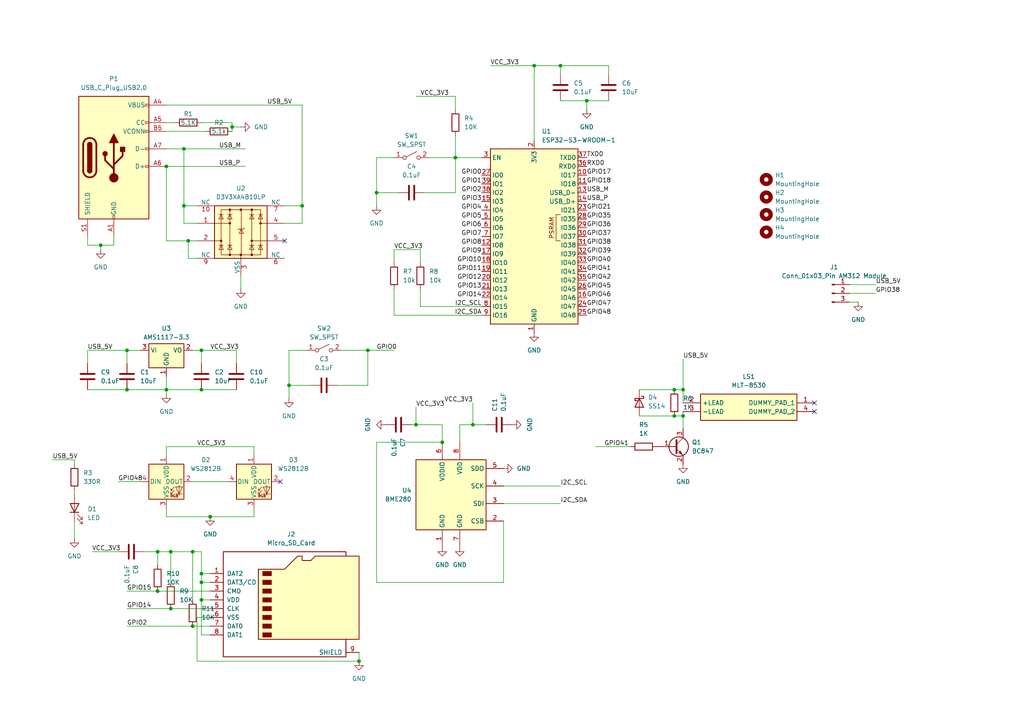
<source format=kicad_sch>
(kicad_sch (version 20231120) (generator "eeschema") (generator_version "8.0")
  (paper "A4")
  (lib_symbols
    (symbol "Connector:Conn_01x03_Pin" (pin_names (offset 1.016) hide)
      (property "Reference" "J" (at 0 5.08 0))
      (property "Value" "Conn_01x03_Pin" (at 0 -5.08 0))
      (symbol "Conn_01x03_Pin_1_1"
        (polyline (pts (xy 1.27 -2.54) (xy 0.8636 -2.54)) (stroke (width 0.1524)))
        (polyline (pts (xy 1.27 0) (xy 0.8636 0)) (stroke (width 0.1524)))
        (polyline (pts (xy 1.27 2.54) (xy 0.8636 2.54)) (stroke (width 0.1524)))
        (rectangle (start 0.8636 -2.413) (end 0 -2.667) (stroke (width 0.1524)) (fill (type outline)))
        (rectangle (start 0.8636 0.127) (end 0 -0.127) (stroke (width 0.1524)) (fill (type outline)))
        (rectangle (start 0.8636 2.667) (end 0 2.413) (stroke (width 0.1524)) (fill (type outline)))
        (pin passive line (at 5.08 2.54 180) (length 3.81) (name "Pin_1") (number "1"))
        (pin passive line (at 5.08 0 180) (length 3.81) (name "Pin_2") (number "2"))
        (pin passive line (at 5.08 -2.54 180) (length 3.81) (name "Pin_3") (number "3"))
      )
    )
    (symbol "Connector:Micro_SD_Card" (pin_names (offset 1.016))
      (property "Reference" "J" (at -16.51 15.24 0))
      (property "Value" "Micro_SD_Card" (at 16.51 15.24 0))
      (symbol "Micro_SD_Card_0_1"
        (rectangle (start -7.62 -9.525) (end -5.08 -10.795) (fill (type outline)))
        (rectangle (start -7.62 -6.985) (end -5.08 -8.255) (fill (type outline)))
        (rectangle (start -7.62 -4.445) (end -5.08 -5.715) (fill (type outline)))
        (rectangle (start -7.62 -1.905) (end -5.08 -3.175) (fill (type outline)))
        (rectangle (start -7.62 0.635) (end -5.08 -0.635) (fill (type outline)))
        (rectangle (start -7.62 3.175) (end -5.08 1.905) (fill (type outline)))
        (rectangle (start -7.62 5.715) (end -5.08 4.445) (fill (type outline)))
        (rectangle (start -7.62 8.255) (end -5.08 6.985) (fill (type outline)))
        (polyline (pts (xy 16.51 12.7) (xy 16.51 13.97) (xy -19.05 13.97) (xy -19.05 -16.51) (xy 16.51 -16.51) (xy 16.51 -11.43)) (stroke (width 0.254)))
        (polyline (pts (xy -8.89 -11.43) (xy -8.89 8.89) (xy -1.27 8.89) (xy 2.54 12.7) (xy 3.81 12.7) (xy 3.81 11.43) (xy 6.35 11.43) (xy 7.62 12.7) (xy 20.32 12.7) (xy 20.32 -11.43) (xy -8.89 -11.43)) (stroke (width 0.254)) (fill (type background)))
      )
      (symbol "Micro_SD_Card_1_1"
        (pin bidirectional line (at -22.86 7.62 0) (length 3.81) (name "DAT2") (number "1"))
        (pin bidirectional line (at -22.86 5.08 0) (length 3.81) (name "DAT3/CD") (number "2"))
        (pin input line (at -22.86 2.54 0) (length 3.81) (name "CMD") (number "3"))
        (pin power_in line (at -22.86 0 0) (length 3.81) (name "VDD") (number "4"))
        (pin input line (at -22.86 -2.54 0) (length 3.81) (name "CLK") (number "5"))
        (pin power_in line (at -22.86 -5.08 0) (length 3.81) (name "VSS") (number "6"))
        (pin bidirectional line (at -22.86 -7.62 0) (length 3.81) (name "DAT0") (number "7"))
        (pin bidirectional line (at -22.86 -10.16 0) (length 3.81) (name "DAT1") (number "8"))
        (pin passive line (at 20.32 -15.24 180) (length 3.81) (name "SHIELD") (number "9"))
      )
    )
    (symbol "Connector:USB_C_Plug_USB2.0" (pin_names (offset 1.016))
      (property "Reference" "P" (at -10.16 19.05 0))
      (property "Value" "USB_C_Plug_USB2.0" (at 12.7 19.05 0))
      (symbol "USB_C_Plug_USB2.0_0_0"
        (rectangle (start -0.254 -17.78) (end 0.254 -16.764))
        (rectangle (start 10.16 -2.286) (end 9.144 -2.794))
        (rectangle (start 10.16 2.794) (end 9.144 2.286))
        (rectangle (start 10.16 7.874) (end 9.144 7.366))
        (rectangle (start 10.16 10.414) (end 9.144 9.906))
        (rectangle (start 10.16 15.494) (end 9.144 14.986))
      )
      (symbol "USB_C_Plug_USB2.0_0_1"
        (rectangle (start -10.16 17.78) (end 10.16 -17.78) (stroke (width 0.254)) (fill (type background)))
        (arc (start -8.89 -3.81) (mid -6.985 -5.7067) (end -5.08 -3.81) (stroke (width 0.508)))
        (arc (start -7.62 -3.81) (mid -6.985 -4.4423) (end -6.35 -3.81) (stroke (width 0.254)))
        (arc (start -7.62 -3.81) (mid -6.985 -4.4423) (end -6.35 -3.81) (stroke (width 0.254)) (fill (type outline)))
        (rectangle (start -7.62 -3.81) (end -6.35 3.81) (stroke (width 0.254)) (fill (type outline)))
        (arc (start -6.35 3.81) (mid -6.985 4.4423) (end -7.62 3.81) (stroke (width 0.254)))
        (arc (start -6.35 3.81) (mid -6.985 4.4423) (end -7.62 3.81) (stroke (width 0.254)) (fill (type outline)))
        (arc (start -5.08 3.81) (mid -6.985 5.7067) (end -8.89 3.81) (stroke (width 0.508)))
        (circle (center -2.54 1.143) (radius 0.635) (stroke (width 0.254)) (fill (type outline)))
        (circle (center 0 -5.842) (radius 1.27) (fill (type outline)))
        (polyline (pts (xy -8.89 -3.81) (xy -8.89 3.81)) (stroke (width 0.508)))
        (polyline (pts (xy -5.08 3.81) (xy -5.08 -3.81)) (stroke (width 0.508)))
        (polyline (pts (xy 0 -5.842) (xy 0 4.318)) (stroke (width 0.508)))
        (polyline (pts (xy 0 -3.302) (xy -2.54 -0.762) (xy -2.54 0.508)) (stroke (width 0.508)))
        (polyline (pts (xy 0 -2.032) (xy 2.54 0.508) (xy 2.54 1.778)) (stroke (width 0.508)))
        (polyline (pts (xy -1.27 4.318) (xy 0 6.858) (xy 1.27 4.318) (xy -1.27 4.318)) (stroke (width 0.254)) (fill (type outline)))
        (rectangle (start 1.905 1.778) (end 3.175 3.048) (stroke (width 0.254)) (fill (type outline)))
      )
      (symbol "USB_C_Plug_USB2.0_1_1"
        (pin passive line (at 0 -22.86 90) (length 5.08) (name "GND") (number "A1"))
        (pin passive line (at 0 -22.86 90) (length 5.08) hide (name "GND") (number "A12"))
        (pin passive line (at 15.24 15.24 180) (length 5.08) (name "VBUS") (number "A4"))
        (pin bidirectional line (at 15.24 10.16 180) (length 5.08) (name "CC") (number "A5"))
        (pin bidirectional line (at 15.24 -2.54 180) (length 5.08) (name "D+") (number "A6"))
        (pin bidirectional line (at 15.24 2.54 180) (length 5.08) (name "D-") (number "A7"))
        (pin passive line (at 15.24 15.24 180) (length 5.08) hide (name "VBUS") (number "A9"))
        (pin passive line (at 0 -22.86 90) (length 5.08) hide (name "GND") (number "B1"))
        (pin passive line (at 0 -22.86 90) (length 5.08) hide (name "GND") (number "B12"))
        (pin passive line (at 15.24 15.24 180) (length 5.08) hide (name "VBUS") (number "B4"))
        (pin bidirectional line (at 15.24 7.62 180) (length 5.08) (name "VCONN") (number "B5"))
        (pin passive line (at 15.24 15.24 180) (length 5.08) hide (name "VBUS") (number "B9"))
        (pin passive line (at -7.62 -22.86 90) (length 5.08) (name "SHIELD") (number "S1"))
      )
    )
    (symbol "Device:C" (pin_numbers hide) (pin_names (offset 0.254))
      (property "Reference" "C" (at 0.635 2.54 0))
      (property "Value" "C" (at 0.635 -2.54 0))
      (symbol "C_0_1"
        (polyline (pts (xy -2.032 -0.762) (xy 2.032 -0.762)) (stroke (width 0.508)))
        (polyline (pts (xy -2.032 0.762) (xy 2.032 0.762)) (stroke (width 0.508)))
      )
      (symbol "C_1_1"
        (pin passive line (at 0 3.81 270) (length 2.794) (name "~") (number "1"))
        (pin passive line (at 0 -3.81 90) (length 2.794) (name "~") (number "2"))
      )
    )
    (symbol "Device:LED" (pin_numbers hide) (pin_names (offset 1.016) hide)
      (property "Reference" "D" (at 0 2.54 0))
      (property "Value" "LED" (at 0 -2.54 0))
      (symbol "LED_0_1"
        (polyline (pts (xy -1.27 -1.27) (xy -1.27 1.27)) (stroke (width 0.254)))
        (polyline (pts (xy -1.27 0) (xy 1.27 0)))
        (polyline (pts (xy 1.27 -1.27) (xy 1.27 1.27) (xy -1.27 0) (xy 1.27 -1.27)) (stroke (width 0.254)))
        (polyline (pts (xy -3.048 -0.762) (xy -4.572 -2.286) (xy -3.81 -2.286) (xy -4.572 -2.286) (xy -4.572 -1.524)))
        (polyline (pts (xy -1.778 -0.762) (xy -3.302 -2.286) (xy -2.54 -2.286) (xy -3.302 -2.286) (xy -3.302 -1.524)))
      )
      (symbol "LED_1_1"
        (pin passive line (at -3.81 0 0) (length 2.54) (name "K") (number "1"))
        (pin passive line (at 3.81 0 180) (length 2.54) (name "A") (number "2"))
      )
    )
    (symbol "Device:R" (pin_numbers hide) (pin_names (offset 0))
      (property "Reference" "R" (at 2.032 0 90))
      (property "Value" "R" (at 0 0 90))
      (symbol "R_0_1"
        (rectangle (start -1.016 -2.54) (end 1.016 2.54) (stroke (width 0.254)))
      )
      (symbol "R_1_1"
        (pin passive line (at 0 3.81 270) (length 1.27) (name "~") (number "1"))
        (pin passive line (at 0 -3.81 90) (length 1.27) (name "~") (number "2"))
      )
    )
    (symbol "Diode:SS14" (pin_numbers hide) (pin_names (offset 1.016) hide)
      (property "Reference" "D" (at 0 2.54 0))
      (property "Value" "SS14" (at 0 -2.54 0))
      (symbol "SS14_0_1"
        (polyline (pts (xy 1.27 0) (xy -1.27 0)))
        (polyline (pts (xy 1.27 1.27) (xy 1.27 -1.27) (xy -1.27 0) (xy 1.27 1.27)) (stroke (width 0.254)))
        (polyline (pts (xy -1.905 0.635) (xy -1.905 1.27) (xy -1.27 1.27) (xy -1.27 -1.27) (xy -0.635 -1.27) (xy -0.635 -0.635)) (stroke (width 0.254)))
      )
      (symbol "SS14_1_1"
        (pin passive line (at -3.81 0 0) (length 2.54) (name "K") (number "1"))
        (pin passive line (at 3.81 0 180) (length 2.54) (name "A") (number "2"))
      )
    )
    (symbol "FelipeLib:MLT-8530"
      (property "Reference" "LS" (at 34.29 7.62 0))
      (property "Value" "MLT-8530" (at 34.29 5.08 0))
      (symbol "MLT-8530_1_1"
        (rectangle (start 5.08 2.54) (end 33.02 -5.08) (stroke (width 0.254)) (fill (type background)))
        (pin passive line (at 38.1 0 180) (length 5.08) (name "DUMMY_PAD_1") (number "1"))
        (pin passive line (at 0 0 0) (length 5.08) (name "+LEAD") (number "2"))
        (pin passive line (at 0 -2.54 0) (length 5.08) (name "-LEAD") (number "3"))
        (pin passive line (at 38.1 -2.54 180) (length 5.08) (name "DUMMY_PAD_2") (number "4"))
      )
    )
    (symbol "LED:WS2812B" (pin_names (offset 0.254))
      (property "Reference" "D" (at 5.08 5.715 0))
      (property "Value" "WS2812B" (at 1.27 -5.715 0))
      (symbol "WS2812B_0_0"
        (text "RGB" (at 2.286 -4.191 0) (effects (font (size 0.762 0.762))))
      )
      (symbol "WS2812B_0_1"
        (polyline (pts (xy 1.27 -3.556) (xy 1.778 -3.556)))
        (polyline (pts (xy 1.27 -2.54) (xy 1.778 -2.54)))
        (polyline (pts (xy 4.699 -3.556) (xy 2.667 -3.556)))
        (polyline (pts (xy 2.286 -2.54) (xy 1.27 -3.556) (xy 1.27 -3.048)))
        (polyline (pts (xy 2.286 -1.524) (xy 1.27 -2.54) (xy 1.27 -2.032)))
        (polyline (pts (xy 3.683 -1.016) (xy 3.683 -3.556) (xy 3.683 -4.064)))
        (polyline (pts (xy 4.699 -1.524) (xy 2.667 -1.524) (xy 3.683 -3.556) (xy 4.699 -1.524)))
        (rectangle (start 5.08 5.08) (end -5.08 -5.08) (stroke (width 0.254)) (fill (type background)))
      )
      (symbol "WS2812B_1_1"
        (pin power_in line (at 0 7.62 270) (length 2.54) (name "VDD") (number "1"))
        (pin output line (at 7.62 0 180) (length 2.54) (name "DOUT") (number "2"))
        (pin power_in line (at 0 -7.62 90) (length 2.54) (name "VSS") (number "3"))
        (pin input line (at -7.62 0 0) (length 2.54) (name "DIN") (number "4"))
      )
    )
    (symbol "Mechanical:MountingHole" (pin_names (offset 1.016)) (exclude_from_sim yes) (in_bom no)
      (property "Reference" "H" (at 0 5.08 0))
      (property "Value" "MountingHole" (at 0 3.175 0))
      (symbol "MountingHole_0_1"
        (circle (center 0 0) (radius 1.27) (stroke (width 1.27)))
      )
    )
    (symbol "Power_Protection:D3V3XA4B10LP" (pin_names (offset 0))
      (property "Reference" "U" (at -0.635 8.89 0))
      (property "Value" "D3V3XA4B10LP" (at 8.89 -10.16 0))
      (symbol "D3V3XA4B10LP_0_0"
        (rectangle (start -5.715 6.477) (end 5.715 -6.604))
        (polyline (pts (xy -3.175 -6.604) (xy -3.175 6.477)))
        (polyline (pts (xy 0.127 6.477) (xy 0.127 -6.604)))
        (polyline (pts (xy 3.175 6.477) (xy 3.175 -6.604)))
      )
      (symbol "D3V3XA4B10LP_0_1"
        (rectangle (start -7.62 7.62) (end 7.62 -7.62) (stroke (width 0.254)) (fill (type background)))
        (circle (center -5.715 -2.54) (radius 0.2794) (fill (type outline)))
        (circle (center -3.175 -6.604) (radius 0.2794) (fill (type outline)))
        (circle (center -3.175 2.54) (radius 0.2794) (fill (type outline)))
        (circle (center -3.175 6.477) (radius 0.2794) (fill (type outline)))
        (circle (center 0 -6.604) (radius 0.2794) (fill (type outline)))
        (polyline (pts (xy -7.747 2.54) (xy -3.175 2.54)))
        (polyline (pts (xy -7.62 -2.54) (xy -5.715 -2.54)))
        (polyline (pts (xy -5.08 -3.81) (xy -6.35 -3.81)))
        (polyline (pts (xy -5.08 5.08) (xy -6.35 5.08)))
        (polyline (pts (xy -2.54 -3.81) (xy -3.81 -3.81)))
        (polyline (pts (xy -2.54 5.08) (xy -3.81 5.08)))
        (polyline (pts (xy -0.508 0.889) (xy -0.889 0.635)))
        (polyline (pts (xy 0 -6.604) (xy 0 -7.62)))
        (polyline (pts (xy 0.762 0.889) (xy -0.508 0.889)))
        (polyline (pts (xy 0.762 0.889) (xy 1.143 1.143)))
        (polyline (pts (xy 3.81 -3.81) (xy 2.54 -3.81)))
        (polyline (pts (xy 3.81 5.08) (xy 2.54 5.08)))
        (polyline (pts (xy 6.35 -3.81) (xy 5.08 -3.81)))
        (polyline (pts (xy 6.35 5.08) (xy 5.08 5.08)))
        (polyline (pts (xy 7.62 -2.54) (xy 3.175 -2.54)))
        (polyline (pts (xy 7.62 2.54) (xy 5.715 2.54)))
        (polyline (pts (xy -5.08 -5.08) (xy -6.35 -5.08) (xy -5.715 -3.81) (xy -5.08 -5.08)))
        (polyline (pts (xy -5.08 3.81) (xy -6.35 3.81) (xy -5.715 5.08) (xy -5.08 3.81)))
        (polyline (pts (xy -2.54 -5.08) (xy -3.81 -5.08) (xy -3.175 -3.81) (xy -2.54 -5.08)))
        (polyline (pts (xy -2.54 3.81) (xy -3.81 3.81) (xy -3.175 5.08) (xy -2.54 3.81)))
        (polyline (pts (xy 0.762 -0.381) (xy -0.508 -0.381) (xy 0.127 0.889) (xy 0.762 -0.381)))
        (polyline (pts (xy 3.81 -5.08) (xy 2.54 -5.08) (xy 3.175 -3.81) (xy 3.81 -5.08)))
        (polyline (pts (xy 3.81 3.81) (xy 2.54 3.81) (xy 3.175 5.08) (xy 3.81 3.81)))
        (polyline (pts (xy 6.35 -5.08) (xy 5.08 -5.08) (xy 5.715 -3.81) (xy 6.35 -5.08)))
        (polyline (pts (xy 6.35 3.81) (xy 5.08 3.81) (xy 5.715 5.08) (xy 6.35 3.81)))
        (circle (center 0 6.477) (radius 0.2794) (fill (type outline)))
        (circle (center 3.175 -6.604) (radius 0.2794) (fill (type outline)))
        (circle (center 3.175 -2.54) (radius 0.2794) (fill (type outline)))
        (circle (center 3.175 6.477) (radius 0.2794) (fill (type outline)))
        (circle (center 5.715 2.54) (radius 0.2794) (fill (type outline)))
      )
      (symbol "D3V3XA4B10LP_1_1"
        (pin passive line (at -12.7 2.54 0) (length 5.08) (name "~") (number "1"))
        (pin free line (at -12.7 7.62 0) (length 5.08) (name "NC") (number "10"))
        (pin passive line (at -12.7 -2.54 0) (length 5.08) (name "~") (number "2"))
        (pin power_in line (at 0 -12.7 90) (length 5.08) (name "VSS") (number "3"))
        (pin passive line (at 12.7 2.54 180) (length 5.08) (name "~") (number "4"))
        (pin passive line (at 12.7 -2.54 180) (length 5.08) (name "~") (number "5"))
        (pin free line (at 12.7 -7.62 180) (length 5.08) (name "NC") (number "6"))
        (pin free line (at 12.7 7.62 180) (length 5.08) (name "NC") (number "7"))
        (pin passive line (at 0 -12.7 90) (length 5.08) hide (name "VSS") (number "8"))
        (pin free line (at -12.7 -7.62 0) (length 5.08) (name "NC") (number "9"))
      )
    )
    (symbol "RF_Module:ESP32-S3-WROOM-1"
      (property "Reference" "U" (at -12.7 26.67 0))
      (property "Value" "ESP32-S3-WROOM-1" (at 12.7 26.67 0))
      (symbol "ESP32-S3-WROOM-1_0_0"
        (rectangle (start -12.7 25.4) (end 12.7 -25.4) (stroke (width 0.254)) (fill (type background)))
        (text "PSRAM" (at 5.08 2.54 900) (effects (font (size 1.27 1.27))))
      )
      (symbol "ESP32-S3-WROOM-1_0_1"
        (polyline (pts (xy 7.62 -1.27) (xy 6.35 -1.27) (xy 6.35 6.35) (xy 7.62 6.35)))
      )
      (symbol "ESP32-S3-WROOM-1_1_1"
        (pin power_in line (at 0 -27.94 90) (length 2.54) (name "GND") (number "1"))
        (pin bidirectional line (at 15.24 17.78 180) (length 2.54) (name "IO17") (number "10"))
        (pin bidirectional line (at 15.24 15.24 180) (length 2.54) (name "IO18") (number "11"))
        (pin bidirectional line (at -15.24 -2.54 0) (length 2.54) (name "IO8") (number "12"))
        (pin bidirectional line (at 15.24 12.7 180) (length 2.54) (name "USB_D-") (number "13"))
        (pin bidirectional line (at 15.24 10.16 180) (length 2.54) (name "USB_D+") (number "14"))
        (pin bidirectional line (at -15.24 10.16 0) (length 2.54) (name "IO3") (number "15"))
        (pin bidirectional line (at 15.24 -17.78 180) (length 2.54) (name "IO46") (number "16"))
        (pin bidirectional line (at -15.24 -5.08 0) (length 2.54) (name "IO9") (number "17"))
        (pin bidirectional line (at -15.24 -7.62 0) (length 2.54) (name "IO10") (number "18"))
        (pin bidirectional line (at -15.24 -10.16 0) (length 2.54) (name "IO11") (number "19"))
        (pin power_in line (at 0 27.94 270) (length 2.54) (name "3V3") (number "2"))
        (pin bidirectional line (at -15.24 -12.7 0) (length 2.54) (name "IO12") (number "20"))
        (pin bidirectional line (at -15.24 -15.24 0) (length 2.54) (name "IO13") (number "21"))
        (pin bidirectional line (at -15.24 -17.78 0) (length 2.54) (name "IO14") (number "22"))
        (pin bidirectional line (at 15.24 7.62 180) (length 2.54) (name "IO21") (number "23"))
        (pin bidirectional line (at 15.24 -20.32 180) (length 2.54) (name "IO47") (number "24"))
        (pin bidirectional line (at 15.24 -22.86 180) (length 2.54) (name "IO48") (number "25"))
        (pin bidirectional line (at 15.24 -15.24 180) (length 2.54) (name "IO45") (number "26"))
        (pin bidirectional line (at -15.24 17.78 0) (length 2.54) (name "IO0") (number "27"))
        (pin bidirectional line (at 15.24 5.08 180) (length 2.54) (name "IO35") (number "28"))
        (pin bidirectional line (at 15.24 2.54 180) (length 2.54) (name "IO36") (number "29"))
        (pin input line (at -15.24 22.86 0) (length 2.54) (name "EN") (number "3"))
        (pin bidirectional line (at 15.24 0 180) (length 2.54) (name "IO37") (number "30"))
        (pin bidirectional line (at 15.24 -2.54 180) (length 2.54) (name "IO38") (number "31"))
        (pin bidirectional line (at 15.24 -5.08 180) (length 2.54) (name "IO39") (number "32"))
        (pin bidirectional line (at 15.24 -7.62 180) (length 2.54) (name "IO40") (number "33"))
        (pin bidirectional line (at 15.24 -10.16 180) (length 2.54) (name "IO41") (number "34"))
        (pin bidirectional line (at 15.24 -12.7 180) (length 2.54) (name "IO42") (number "35"))
        (pin bidirectional line (at 15.24 20.32 180) (length 2.54) (name "RXD0") (number "36"))
        (pin bidirectional line (at 15.24 22.86 180) (length 2.54) (name "TXD0") (number "37"))
        (pin bidirectional line (at -15.24 12.7 0) (length 2.54) (name "IO2") (number "38"))
        (pin bidirectional line (at -15.24 15.24 0) (length 2.54) (name "IO1") (number "39"))
        (pin bidirectional line (at -15.24 7.62 0) (length 2.54) (name "IO4") (number "4"))
        (pin passive line (at 0 -27.94 90) (length 2.54) hide (name "GND") (number "40"))
        (pin passive line (at 0 -27.94 90) (length 2.54) hide (name "GND") (number "41"))
        (pin bidirectional line (at -15.24 5.08 0) (length 2.54) (name "IO5") (number "5"))
        (pin bidirectional line (at -15.24 2.54 0) (length 2.54) (name "IO6") (number "6"))
        (pin bidirectional line (at -15.24 0 0) (length 2.54) (name "IO7") (number "7"))
        (pin bidirectional line (at -15.24 -20.32 0) (length 2.54) (name "IO15") (number "8"))
        (pin bidirectional line (at -15.24 -22.86 0) (length 2.54) (name "IO16") (number "9"))
      )
    )
    (symbol "Regulator_Linear:AMS1117-3.3"
      (property "Reference" "U" (at -3.81 3.175 0))
      (property "Value" "AMS1117-3.3" (at 0 3.175 0))
      (symbol "AMS1117-3.3_0_1"
        (rectangle (start -5.08 -5.08) (end 5.08 1.905) (stroke (width 0.254)) (fill (type background)))
      )
      (symbol "AMS1117-3.3_1_1"
        (pin power_in line (at 0 -7.62 90) (length 2.54) (name "GND") (number "1"))
        (pin power_out line (at 7.62 0 180) (length 2.54) (name "VO") (number "2"))
        (pin power_in line (at -7.62 0 0) (length 2.54) (name "VI") (number "3"))
      )
    )
    (symbol "Sensor:BME280"
      (property "Reference" "U" (at -8.89 11.43 0))
      (property "Value" "BME280" (at 7.62 11.43 0))
      (symbol "BME280_0_1"
        (rectangle (start -10.16 10.16) (end 10.16 -10.16) (stroke (width 0.254)) (fill (type background)))
      )
      (symbol "BME280_1_1"
        (pin power_in line (at -2.54 -15.24 90) (length 5.08) (name "GND") (number "1"))
        (pin input line (at 15.24 -7.62 180) (length 5.08) (name "CSB") (number "2"))
        (pin bidirectional line (at 15.24 -2.54 180) (length 5.08) (name "SDI") (number "3"))
        (pin input line (at 15.24 2.54 180) (length 5.08) (name "SCK") (number "4"))
        (pin bidirectional line (at 15.24 7.62 180) (length 5.08) (name "SDO") (number "5"))
        (pin power_in line (at -2.54 15.24 270) (length 5.08) (name "VDDIO") (number "6"))
        (pin power_in line (at 2.54 -15.24 90) (length 5.08) (name "GND") (number "7"))
        (pin power_in line (at 2.54 15.24 270) (length 5.08) (name "VDD") (number "8"))
      )
    )
    (symbol "Switch:SW_SPST" (pin_names (offset 0) hide)
      (property "Reference" "SW" (at 0 3.175 0))
      (property "Value" "SW_SPST" (at 0 -2.54 0))
      (symbol "SW_SPST_0_0"
        (circle (center -2.032 0) (radius 0.508))
        (polyline (pts (xy -1.524 0.254) (xy 1.524 1.778)))
        (circle (center 2.032 0) (radius 0.508))
      )
      (symbol "SW_SPST_1_1"
        (pin passive line (at -5.08 0 0) (length 2.54) (name "A") (number "1"))
        (pin passive line (at 5.08 0 180) (length 2.54) (name "B") (number "2"))
      )
    )
    (symbol "Transistor_BJT:BC847" (pin_names (offset 0) hide)
      (property "Reference" "Q" (at 5.08 1.905 0))
      (property "Value" "BC847" (at 5.08 0 0))
      (symbol "BC847_0_1"
        (polyline (pts (xy 0.635 0.635) (xy 2.54 2.54)))
        (polyline (pts (xy 0.635 -0.635) (xy 2.54 -2.54) (xy 2.54 -2.54)))
        (polyline (pts (xy 0.635 1.905) (xy 0.635 -1.905) (xy 0.635 -1.905)) (stroke (width 0.508)))
        (polyline (pts (xy 1.27 -1.778) (xy 1.778 -1.27) (xy 2.286 -2.286) (xy 1.27 -1.778) (xy 1.27 -1.778)) (fill (type outline)))
        (circle (center 1.27 0) (radius 2.8194) (stroke (width 0.254)))
      )
      (symbol "BC847_1_1"
        (pin input line (at -5.08 0 0) (length 5.715) (name "B") (number "1"))
        (pin passive line (at 2.54 -5.08 90) (length 2.54) (name "E") (number "2"))
        (pin passive line (at 2.54 5.08 270) (length 2.54) (name "C") (number "3"))
      )
    )
    (symbol "power:GND" (power) (pin_numbers hide) (pin_names (offset 0) hide)
      (property "Value" "GND" (at 0 -3.81 0))
      (symbol "GND_0_1"
        (polyline (pts (xy 0 0) (xy 0 -1.27) (xy 1.27 -1.27) (xy 0 -2.54) (xy -1.27 -1.27) (xy 0 -1.27)))
      )
      (symbol "GND_1_1"
        (pin power_in line (at 0 0 270) (length 0) (name "~") (number "1"))
      )
    )
  )
  (junction (at 36.83 113.03))
  (junction (at 48.26 113.03))
  (junction (at 162.56 19.05))
  (junction (at 45.72 160.02))
  (junction (at 49.53 160.02))
  (junction (at 106.68 101.6))
  (junction (at 137.16 123.19))
  (junction (at 58.42 168.91))
  (junction (at 54.61 69.85))
  (junction (at 58.42 166.37))
  (junction (at 55.88 160.02))
  (junction (at 109.22 55.88))
  (junction (at 55.88 181.61))
  (junction (at 198.12 120.65))
  (junction (at 58.42 173.99))
  (junction (at 60.96 149.86))
  (junction (at 87.63 59.69))
  (junction (at 53.34 59.69))
  (junction (at 83.82 111.76))
  (junction (at 45.72 171.45))
  (junction (at 58.42 113.03))
  (junction (at 170.18 29.21))
  (junction (at 36.83 101.6))
  (junction (at 154.94 19.05))
  (junction (at 29.21 71.12))
  (junction (at 53.34 43.18))
  (junction (at 120.65 123.19))
  (junction (at 195.58 120.65))
  (junction (at 195.58 113.03))
  (junction (at 67.31 36.83))
  (junction (at 128.27 128.27))
  (junction (at 58.42 101.6))
  (junction (at 48.26 48.26))
  (junction (at 104.14 191.77))
  (junction (at 49.53 176.53))
  (junction (at 198.12 113.03))
  (junction (at 132.08 45.72))
  (no_connect (at 82.55 69.85))
  (no_connect (at 81.28 139.7))
  (no_connect (at 236.22 119.38))
  (no_connect (at 236.22 116.84))
  (wire (pts (xy 104.14 191.77) (xy 104.14 189.23)))
  (wire (pts (xy 82.55 64.77) (xy 87.63 64.77)))
  (wire (pts (xy 60.96 184.15) (xy 58.42 184.15)))
  (wire (pts (xy 58.42 166.37) (xy 60.96 166.37)))
  (wire (pts (xy 58.42 168.91) (xy 58.42 173.99)))
  (wire (pts (xy 195.58 120.65) (xy 198.12 120.65)))
  (wire (pts (xy 57.15 74.93) (xy 54.61 74.93)))
  (wire (pts (xy 48.26 35.56) (xy 50.8 35.56)))
  (wire (pts (xy 73.66 149.86) (xy 60.96 149.86)))
  (wire (pts (xy 137.16 123.19) (xy 137.16 116.84)))
  (wire (pts (xy 69.85 80.01) (xy 69.85 83.82)))
  (wire (pts (xy 170.18 29.21) (xy 170.18 31.75)))
  (wire (pts (xy 246.38 87.63) (xy 248.92 87.63)))
  (wire (pts (xy 25.4 113.03) (xy 36.83 113.03)))
  (wire (pts (xy 55.88 139.7) (xy 66.04 139.7)))
  (wire (pts (xy 58.42 168.91) (xy 60.96 168.91)))
  (wire (pts (xy 198.12 119.38) (xy 198.12 120.65)))
  (wire (pts (xy 48.26 48.26) (xy 71.12 48.26)))
  (wire (pts (xy 53.34 43.18) (xy 71.12 43.18)))
  (wire (pts (xy 41.91 160.02) (xy 45.72 160.02)))
  (wire (pts (xy 26.67 160.02) (xy 34.29 160.02)))
  (wire (pts (xy 83.82 101.6) (xy 83.82 111.76)))
  (wire (pts (xy 246.38 82.55) (xy 254 82.55)))
  (wire (pts (xy 58.42 184.15) (xy 58.42 173.99)))
  (wire (pts (xy 53.34 59.69) (xy 53.34 64.77)))
  (wire (pts (xy 87.63 30.48) (xy 48.26 30.48)))
  (wire (pts (xy 21.59 133.35) (xy 21.59 134.62)))
  (wire (pts (xy 246.38 85.09) (xy 254 85.09)))
  (wire (pts (xy 137.16 123.19) (xy 140.97 123.19)))
  (wire (pts (xy 133.35 128.27) (xy 133.35 123.19)))
  (wire (pts (xy 57.15 191.77) (xy 104.14 191.77)))
  (wire (pts (xy 82.55 59.69) (xy 87.63 59.69)))
  (wire (pts (xy 21.59 142.24) (xy 21.59 143.51)))
  (wire (pts (xy 54.61 74.93) (xy 54.61 69.85)))
  (wire (pts (xy 176.53 19.05) (xy 176.53 21.59)))
  (wire (pts (xy 67.31 36.83) (xy 69.85 36.83)))
  (wire (pts (xy 132.08 27.94) (xy 132.08 31.75)))
  (wire (pts (xy 132.08 45.72) (xy 132.08 55.88)))
  (wire (pts (xy 124.46 45.72) (xy 132.08 45.72)))
  (wire (pts (xy 114.3 91.44) (xy 139.7 91.44)))
  (wire (pts (xy 83.82 111.76) (xy 90.17 111.76)))
  (wire (pts (xy 48.26 69.85) (xy 54.61 69.85)))
  (wire (pts (xy 48.26 149.86) (xy 48.26 147.32)))
  (wire (pts (xy 25.4 71.12) (xy 29.21 71.12)))
  (wire (pts (xy 49.53 176.53) (xy 60.96 176.53)))
  (wire (pts (xy 142.24 19.05) (xy 154.94 19.05)))
  (wire (pts (xy 48.26 109.22) (xy 48.26 113.03)))
  (wire (pts (xy 15.24 133.35) (xy 21.59 133.35)))
  (wire (pts (xy 58.42 173.99) (xy 60.96 173.99)))
  (wire (pts (xy 36.83 101.6) (xy 40.64 101.6)))
  (wire (pts (xy 67.31 35.56) (xy 58.42 35.56)))
  (wire (pts (xy 106.68 101.6) (xy 114.3 101.6)))
  (wire (pts (xy 54.61 69.85) (xy 57.15 69.85)))
  (wire (pts (xy 48.26 129.54) (xy 73.66 129.54)))
  (wire (pts (xy 114.3 83.82) (xy 114.3 91.44)))
  (wire (pts (xy 121.92 72.39) (xy 121.92 76.2)))
  (wire (pts (xy 132.08 45.72) (xy 139.7 45.72)))
  (wire (pts (xy 198.12 120.65) (xy 198.12 124.46)))
  (wire (pts (xy 48.26 113.03) (xy 48.26 114.3)))
  (wire (pts (xy 25.4 101.6) (xy 25.4 105.41)))
  (wire (pts (xy 36.83 181.61) (xy 55.88 181.61)))
  (wire (pts (xy 45.72 160.02) (xy 49.53 160.02)))
  (wire (pts (xy 120.65 123.19) (xy 119.38 123.19)))
  (wire (pts (xy 68.58 105.41) (xy 68.58 101.6)))
  (wire (pts (xy 106.68 111.76) (xy 97.79 111.76)))
  (wire (pts (xy 170.18 29.21) (xy 176.53 29.21)))
  (wire (pts (xy 48.26 48.26) (xy 48.26 69.85)))
  (wire (pts (xy 36.83 113.03) (xy 48.26 113.03)))
  (wire (pts (xy 185.42 120.65) (xy 195.58 120.65)))
  (wire (pts (xy 53.34 64.77) (xy 57.15 64.77)))
  (wire (pts (xy 146.05 146.05) (xy 162.56 146.05)))
  (wire (pts (xy 53.34 43.18) (xy 53.34 59.69)))
  (wire (pts (xy 139.7 88.9) (xy 121.92 88.9)))
  (wire (pts (xy 109.22 55.88) (xy 115.57 55.88)))
  (wire (pts (xy 45.72 171.45) (xy 60.96 171.45)))
  (wire (pts (xy 25.4 68.58) (xy 25.4 71.12)))
  (wire (pts (xy 114.3 72.39) (xy 121.92 72.39)))
  (wire (pts (xy 121.92 88.9) (xy 121.92 83.82)))
  (wire (pts (xy 120.65 118.11) (xy 120.65 123.19)))
  (wire (pts (xy 55.88 160.02) (xy 55.88 173.99)))
  (wire (pts (xy 146.05 151.13) (xy 146.05 168.91)))
  (wire (pts (xy 36.83 176.53) (xy 49.53 176.53)))
  (wire (pts (xy 162.56 19.05) (xy 176.53 19.05)))
  (wire (pts (xy 36.83 171.45) (xy 45.72 171.45)))
  (wire (pts (xy 55.88 181.61) (xy 60.96 181.61)))
  (wire (pts (xy 58.42 101.6) (xy 68.58 101.6)))
  (wire (pts (xy 109.22 55.88) (xy 109.22 59.69)))
  (wire (pts (xy 87.63 59.69) (xy 87.63 30.48)))
  (wire (pts (xy 114.3 76.2) (xy 114.3 72.39)))
  (wire (pts (xy 29.21 71.12) (xy 29.21 72.39)))
  (wire (pts (xy 109.22 45.72) (xy 109.22 55.88)))
  (wire (pts (xy 53.34 59.69) (xy 57.15 59.69)))
  (wire (pts (xy 106.68 101.6) (xy 106.68 111.76)))
  (wire (pts (xy 114.3 45.72) (xy 109.22 45.72)))
  (wire (pts (xy 73.66 147.32) (xy 73.66 149.86)))
  (wire (pts (xy 67.31 38.1) (xy 67.31 36.83)))
  (wire (pts (xy 128.27 128.27) (xy 128.27 123.19)))
  (wire (pts (xy 48.26 132.08) (xy 48.26 129.54)))
  (wire (pts (xy 154.94 19.05) (xy 162.56 19.05)))
  (wire (pts (xy 55.88 101.6) (xy 58.42 101.6)))
  (wire (pts (xy 45.72 160.02) (xy 45.72 163.83)))
  (wire (pts (xy 58.42 166.37) (xy 58.42 168.91)))
  (wire (pts (xy 55.88 160.02) (xy 58.42 160.02)))
  (wire (pts (xy 132.08 55.88) (xy 123.19 55.88)))
  (wire (pts (xy 162.56 29.21) (xy 170.18 29.21)))
  (wire (pts (xy 132.08 39.37) (xy 132.08 45.72)))
  (wire (pts (xy 49.53 160.02) (xy 49.53 168.91)))
  (wire (pts (xy 154.94 19.05) (xy 154.94 40.64)))
  (wire (pts (xy 67.31 36.83) (xy 67.31 35.56)))
  (wire (pts (xy 87.63 64.77) (xy 87.63 59.69)))
  (wire (pts (xy 25.4 101.6) (xy 36.83 101.6)))
  (wire (pts (xy 198.12 113.03) (xy 195.58 113.03)))
  (wire (pts (xy 58.42 160.02) (xy 58.42 166.37)))
  (wire (pts (xy 133.35 123.19) (xy 137.16 123.19)))
  (wire (pts (xy 120.65 27.94) (xy 132.08 27.94)))
  (wire (pts (xy 60.96 149.86) (xy 48.26 149.86)))
  (wire (pts (xy 73.66 129.54) (xy 73.66 132.08)))
  (wire (pts (xy 146.05 140.97) (xy 162.56 140.97)))
  (wire (pts (xy 198.12 104.14) (xy 198.12 113.03)))
  (wire (pts (xy 128.27 123.19) (xy 120.65 123.19)))
  (wire (pts (xy 48.26 43.18) (xy 53.34 43.18)))
  (wire (pts (xy 146.05 168.91) (xy 109.22 168.91)))
  (wire (pts (xy 58.42 105.41) (xy 58.42 101.6)))
  (wire (pts (xy 36.83 101.6) (xy 36.83 105.41)))
  (wire (pts (xy 88.9 101.6) (xy 83.82 101.6)))
  (wire (pts (xy 60.96 179.07) (xy 57.15 179.07)))
  (wire (pts (xy 58.42 113.03) (xy 68.58 113.03)))
  (wire (pts (xy 172.72 129.54) (xy 182.88 129.54)))
  (wire (pts (xy 34.29 139.7) (xy 40.64 139.7)))
  (wire (pts (xy 185.42 113.03) (xy 195.58 113.03)))
  (wire (pts (xy 49.53 160.02) (xy 55.88 160.02)))
  (wire (pts (xy 162.56 19.05) (xy 162.56 21.59)))
  (wire (pts (xy 29.21 71.12) (xy 33.02 71.12)))
  (wire (pts (xy 21.59 151.13) (xy 21.59 156.21)))
  (wire (pts (xy 198.12 116.84) (xy 198.12 113.03)))
  (wire (pts (xy 109.22 168.91) (xy 109.22 128.27)))
  (wire (pts (xy 57.15 179.07) (xy 57.15 191.77)))
  (wire (pts (xy 48.26 38.1) (xy 59.69 38.1)))
  (wire (pts (xy 99.06 101.6) (xy 106.68 101.6)))
  (wire (pts (xy 48.26 113.03) (xy 58.42 113.03)))
  (wire (pts (xy 83.82 111.76) (xy 83.82 115.57)))
  (wire (pts (xy 33.02 71.12) (xy 33.02 68.58)))
  (wire (pts (xy 109.22 128.27) (xy 128.27 128.27)))
  (label "VCC_3V3" (at 142.24 19.05 0))
  (label "USB_5V" (at 254 82.55 0))
  (label "GPIO10" (at 139.7 76.2 180))
  (label "GPIO14" (at 36.83 176.53 0))
  (label "VCC_3V3" (at 137.16 116.84 180))
  (label "USB_5V" (at 25.4 101.6 0))
  (label "GPIO38" (at 254 85.09 0))
  (label "GPIO40" (at 170.18 76.2 0))
  (label "USB_5V" (at 77.47 30.48 0))
  (label "I2C_SCL" (at 139.7 88.9 180))
  (label "GPIO2" (at 139.7 55.88 180))
  (label "GPIO41" (at 170.18 78.74 0))
  (label "GPIO48" (at 170.18 91.44 0))
  (label "GPIO41" (at 175.26 129.54 0))
  (label "GPIO46" (at 170.18 86.36 0))
  (label "GPIO36" (at 170.18 66.04 0))
  (label "USB_5V" (at 198.12 104.14 0))
  (label "GPIO11" (at 139.7 78.74 180))
  (label "VCC_3V3" (at 120.65 118.11 0))
  (label "GPIO3" (at 139.7 58.42 180))
  (label "GPIO7" (at 139.7 68.58 180))
  (label "I2C_SDA" (at 139.7 91.44 180))
  (label "VCC_3V3" (at 121.92 27.94 0))
  (label "USB_P" (at 63.5 48.26 0))
  (label "GPIO38" (at 170.18 71.12 0))
  (label "GPIO18" (at 170.18 53.34 0))
  (label "GPIO48" (at 34.29 139.7 0))
  (label "GPIO9" (at 139.7 73.66 180))
  (label "GPIO14" (at 139.7 86.36 180))
  (label "USB_M" (at 63.5 43.18 0))
  (label "USB_5V" (at 15.24 133.35 0))
  (label "RXD0" (at 170.18 48.26 0))
  (label "VCC_3V3" (at 114.3 72.39 0))
  (label "GPIO8" (at 139.7 71.12 180))
  (label "GPIO42" (at 170.18 81.28 0))
  (label "GPIO15" (at 36.83 171.45 0))
  (label "USB_M" (at 170.18 55.88 0))
  (label "VCC_3V3" (at 60.96 101.6 0))
  (label "GPIO4" (at 139.7 60.96 180))
  (label "VCC_3V3" (at 26.67 160.02 0))
  (label "GPIO6" (at 139.7 66.04 180))
  (label "VCC_3V3" (at 57.15 129.54 0))
  (label "GPIO17" (at 170.18 50.8 0))
  (label "GPIO0" (at 109.22 101.6 0))
  (label "GPIO39" (at 170.18 73.66 0))
  (label "GPIO47" (at 170.18 88.9 0))
  (label "USB_P" (at 170.18 58.42 0))
  (label "TXD0" (at 170.18 45.72 0))
  (label "GPIO2" (at 36.83 181.61 0))
  (label "I2C_SCL" (at 162.56 140.97 0))
  (label "GPIO13" (at 139.7 83.82 180))
  (label "I2C_SDA" (at 162.56 146.05 0))
  (label "GPIO35" (at 170.18 63.5 0))
  (label "GPIO21" (at 170.18 60.96 0))
  (label "GPIO12" (at 139.7 81.28 180))
  (label "GPIO45" (at 170.18 83.82 0))
  (label "GPIO5" (at 139.7 63.5 180))
  (label "GPIO1" (at 139.7 53.34 180))
  (label "GPIO0" (at 139.7 50.8 180))
  (label "GPIO37" (at 170.18 68.58 0))
  (symbol (lib_id "FelipeLib:MLT-8530") (at 198.12 116.84 0) (unit 1)
    (property "Reference" "LS1" (at 217.17 109.22 0))
    (property "Value" "MLT-8530" (at 217.17 111.76 0))
    (property "Footprint" "Library:MLT8530" (effects (hide yes)))
    (property "Datasheet" "https://datasheet.lcsc.com/szlcsc/1811182003_Jiangsu-Huaneng-Elec-MLT-8530_C94599.pdf" (effects (hide yes)))
    (property "Description" "Electro-Magnetic Buzzer (SMD Type)" (effects (hide yes)))
    (property "Height" "3" (effects (hide yes)))
    (property "Manufacturer_Name" "Jiangsu Huaneng Elec" (effects (hide yes)))
    (property "Manufacturer_Part_Number" "MLT-8530" (effects (hide yes)))
  )
  (symbol (lib_id "Device:R") (at 45.72 167.64 0) (unit 1)
    (property "Reference" "R10" (at 48.26 166.3699 0) (effects (justify left)))
    (property "Value" "10K" (at 48.26 168.9099 0) (effects (justify left)))
    (property "Footprint" "Resistor_SMD:R_0805_2012Metric" (effects (hide yes)))
    (property "Description" "Resistor" (effects (hide yes)))
  )
  (symbol (lib_id "power:GND") (at 248.92 87.63 0) (unit 1)
    (property "Reference" "#PWR017" (effects (hide yes)))
    (property "Value" "GND" (at 248.92 92.71 0))
    (property "Description" "Power symbol creates a global label with name \"GND\" , ground" (effects (hide yes)))
  )
  (symbol (lib_id "Device:R") (at 49.53 172.72 0) (unit 1)
    (property "Reference" "R9" (at 52.07 171.4499 0) (effects (justify left)))
    (property "Value" "10K" (at 52.07 173.9899 0) (effects (justify left)))
    (property "Footprint" "Resistor_SMD:R_0805_2012Metric" (effects (hide yes)))
    (property "Description" "Resistor" (effects (hide yes)))
  )
  (symbol (lib_id "LED:WS2812B") (at 48.26 139.7 0) (unit 1)
    (property "Reference" "D2" (at 59.69 133.3814 0))
    (property "Value" "WS2812B" (at 59.69 135.9214 0))
    (property "Footprint" "LED_SMD:LED_WS2812B_PLCC4_5.0x5.0mm_P3.2mm" (effects (hide yes)))
    (property "Datasheet" "https://cdn-shop.adafruit.com/datasheets/WS2812B.pdf" (effects (hide yes)))
    (property "Description" "RGB LED with integrated controller" (effects (hide yes)))
  )
  (symbol (lib_id "power:GND") (at 21.59 156.21 0) (unit 1)
    (property "Reference" "#PWR04" (effects (hide yes)))
    (property "Value" "GND" (at 21.59 161.29 0))
    (property "Description" "Power symbol creates a global label with name \"GND\" , ground" (effects (hide yes)))
  )
  (symbol (lib_id "Mechanical:MountingHole") (at 222.25 67.31 0) (unit 1) (exclude_from_sim yes) (in_bom no)
    (property "Reference" "H4" (at 224.79 66.0399 0) (effects (justify left)))
    (property "Value" "MountingHole" (at 224.79 68.5799 0) (effects (justify left)))
    (property "Footprint" "MountingHole:MountingHole_3.2mm_M3_DIN965_Pad" (effects (hide yes)))
    (property "Description" "Mounting Hole without connection" (effects (hide yes)))
  )
  (symbol (lib_id "Mechanical:MountingHole") (at 222.25 62.23 0) (unit 1) (exclude_from_sim yes) (in_bom no)
    (property "Reference" "H3" (at 224.79 60.9599 0) (effects (justify left)))
    (property "Value" "MountingHole" (at 224.79 63.4999 0) (effects (justify left)))
    (property "Footprint" "MountingHole:MountingHole_3.2mm_M3_DIN965_Pad" (effects (hide yes)))
    (property "Description" "Mounting Hole without connection" (effects (hide yes)))
  )
  (symbol (lib_id "Switch:SW_SPST") (at 119.38 45.72 0) (unit 1)
    (property "Reference" "SW1" (at 119.38 39.37 0))
    (property "Value" "SW_SPST" (at 119.38 41.91 0))
    (property "Footprint" "Button_Switch_SMD:SW_Push_1P1T_XKB_TS-1187A" (effects (hide yes)))
    (property "Description" "Single Pole Single Throw (SPST) switch" (effects (hide yes)))
  )
  (symbol (lib_id "Connector:Conn_01x03_Pin") (at 241.3 85.09 0) (unit 1)
    (property "Reference" "J1" (at 241.935 77.47 0))
    (property "Value" "Conn_01x03_Pin AM312 Module" (at 241.935 80.01 0))
    (property "Footprint" "Connector_PinHeader_2.54mm:PinHeader_1x03_P2.54mm_Vertical" (effects (hide yes)))
    (property "Description" "Generic connector, single row, 01x03, script generated" (effects (hide yes)))
  )
  (symbol (lib_id "power:GND") (at 170.18 31.75 0) (unit 1)
    (property "Reference" "#PWR08" (effects (hide yes)))
    (property "Value" "GND" (at 170.18 36.83 0))
    (property "Description" "Power symbol creates a global label with name \"GND\" , ground" (effects (hide yes)))
  )
  (symbol (lib_id "Device:R") (at 186.69 129.54 90) (unit 1)
    (property "Reference" "R5" (at 186.69 123.19 90))
    (property "Value" "1K" (at 186.69 125.73 90))
    (property "Footprint" "Resistor_SMD:R_0805_2012Metric" (effects (hide yes)))
    (property "Description" "Resistor" (effects (hide yes)))
  )
  (symbol (lib_id "power:GND") (at 69.85 83.82 0) (unit 1)
    (property "Reference" "#PWR03" (effects (hide yes)))
    (property "Value" "GND" (at 69.85 88.9 0))
    (property "Description" "Power symbol creates a global label with name \"GND\" , ground" (effects (hide yes)))
  )
  (symbol (lib_id "RF_Module:ESP32-S3-WROOM-1") (at 154.94 68.58 0) (unit 1)
    (property "Reference" "U1" (at 157.1341 38.1 0) (effects (justify left)))
    (property "Value" "ESP32-S3-WROOM-1" (at 157.1341 40.64 0) (effects (justify left)))
    (property "Footprint" "RF_Module:ESP32-S3-WROOM-1" (effects (hide yes)))
    (property "Datasheet" "https://www.espressif.com/sites/default/files/documentation/esp32-s3-wroom-1_wroom-1u_datasheet_en.pdf" (effects (hide yes)))
    (property "Description" "RF Module, ESP32-S3 SoC, Wi-Fi 802.11b/g/n, Bluetooth, BLE, 32-bit, 3.3V, onboard antenna, SMD" (effects (hide yes)))
  )
  (symbol (lib_id "Power_Protection:D3V3XA4B10LP") (at 69.85 67.31 0) (unit 1)
    (property "Reference" "U2" (at 69.85 54.61 0))
    (property "Value" "D3V3XA4B10LP" (at 69.85 57.15 0))
    (property "Footprint" "Package_DFN_QFN:Diodes_UDFN-10_1.0x2.5mm_P0.5mm" (effects (hide yes)))
    (property "Datasheet" "https://www.diodes.com/assets/Datasheets/D3V3XA4B10LP.pdf" (effects (hide yes)))
    (property "Description" "4-Channel Low Capacitance TVS Diode Array, DFN-10" (effects (hide yes)))
  )
  (symbol (lib_id "LED:WS2812B") (at 73.66 139.7 0) (unit 1)
    (property "Reference" "D3" (at 85.09 133.3814 0))
    (property "Value" "WS2812B" (at 85.09 135.9214 0))
    (property "Footprint" "LED_SMD:LED_WS2812B_PLCC4_5.0x5.0mm_P3.2mm" (effects (hide yes)))
    (property "Datasheet" "https://cdn-shop.adafruit.com/datasheets/WS2812B.pdf" (effects (hide yes)))
    (property "Description" "RGB LED with integrated controller" (effects (hide yes)))
  )
  (symbol (lib_id "Device:R") (at 63.5 38.1 90) (unit 1)
    (property "Reference" "R2" (at 63.5 35.56 90))
    (property "Value" "5.1k" (at 63.5 38.1 90))
    (property "Footprint" "Resistor_SMD:R_0805_2012Metric" (effects (hide yes)))
    (property "Description" "Resistor" (effects (hide yes)))
  )
  (symbol (lib_id "power:GND") (at 146.05 135.89 90) (unit 1)
    (property "Reference" "#PWR014" (effects (hide yes)))
    (property "Value" "GND" (at 149.86 135.8899 90) (effects (justify right)))
    (property "Description" "Power symbol creates a global label with name \"GND\" , ground" (effects (hide yes)))
  )
  (symbol (lib_id "Connector:Micro_SD_Card") (at 83.82 173.99 0) (unit 1)
    (property "Reference" "J2" (at 84.455 154.94 0))
    (property "Value" "Micro_SD_Card" (at 84.455 157.48 0))
    (property "Footprint" "Library:AMPHENOL_GTFP08431BEU" (effects (hide yes)))
    (property "Datasheet" "https://www.we-online.com/components/products/datasheet/693072010801.pdf" (effects (hide yes)))
    (property "Description" "Micro SD Card Socket" (effects (hide yes)))
  )
  (symbol (lib_id "power:GND") (at 48.26 114.3 0) (unit 1)
    (property "Reference" "#PWR05" (effects (hide yes)))
    (property "Value" "GND" (at 48.26 119.38 0))
    (property "Description" "Power symbol creates a global label with name \"GND\" , ground" (effects (hide yes)))
  )
  (symbol (lib_id "power:GND") (at 83.82 115.57 0) (unit 1)
    (property "Reference" "#PWR06" (effects (hide yes)))
    (property "Value" "GND" (at 83.82 120.65 0))
    (property "Description" "Power symbol creates a global label with name \"GND\" , ground" (effects (hide yes)))
  )
  (symbol (lib_id "Device:R") (at 195.58 116.84 180) (unit 1)
    (property "Reference" "R6" (at 198.12 115.5699 0) (effects (justify right)))
    (property "Value" "1K" (at 198.12 118.1099 0) (effects (justify right)))
    (property "Footprint" "Resistor_SMD:R_0805_2012Metric" (effects (hide yes)))
    (property "Description" "Resistor" (effects (hide yes)))
  )
  (symbol (lib_id "Device:R") (at 54.61 35.56 90) (unit 1)
    (property "Reference" "R1" (at 54.61 33.02 90))
    (property "Value" "5.1K" (at 54.61 35.56 90))
    (property "Footprint" "Resistor_SMD:R_0805_2012Metric" (effects (hide yes)))
    (property "Description" "Resistor" (effects (hide yes)))
  )
  (symbol (lib_id "power:GND") (at 109.22 59.69 0) (unit 1)
    (property "Reference" "#PWR07" (effects (hide yes)))
    (property "Value" "GND" (at 109.22 64.77 0))
    (property "Description" "Power symbol creates a global label with name \"GND\" , ground" (effects (hide yes)))
  )
  (symbol (lib_id "Device:C") (at 176.53 25.4 180) (unit 1)
    (property "Reference" "C6" (at 180.34 24.1299 0) (effects (justify right)))
    (property "Value" "10uF" (at 180.34 26.6699 0) (effects (justify right)))
    (property "Footprint" "Capacitor_SMD:C_0805_2012Metric" (effects (hide yes)))
    (property "Description" "Unpolarized capacitor" (effects (hide yes)))
  )
  (symbol (lib_id "power:GND") (at 29.21 72.39 0) (unit 1)
    (property "Reference" "#PWR01" (effects (hide yes)))
    (property "Value" "GND" (at 29.21 77.47 0))
    (property "Description" "Power symbol creates a global label with name \"GND\" , ground" (effects (hide yes)))
  )
  (symbol (lib_id "Mechanical:MountingHole") (at 222.25 57.15 0) (unit 1) (exclude_from_sim yes) (in_bom no)
    (property "Reference" "H2" (at 224.79 55.8799 0) (effects (justify left)))
    (property "Value" "MountingHole" (at 224.79 58.4199 0) (effects (justify left)))
    (property "Footprint" "MountingHole:MountingHole_3.2mm_M3_DIN965_Pad" (effects (hide yes)))
    (property "Description" "Mounting Hole without connection" (effects (hide yes)))
  )
  (symbol (lib_id "power:GND") (at 133.35 158.75 0) (unit 1)
    (property "Reference" "#PWR011" (effects (hide yes)))
    (property "Value" "GND" (at 133.35 163.83 0))
    (property "Description" "Power symbol creates a global label with name \"GND\" , ground" (effects (hide yes)))
  )
  (symbol (lib_id "Device:R") (at 21.59 138.43 0) (unit 1)
    (property "Reference" "R3" (at 24.13 137.1599 0) (effects (justify left)))
    (property "Value" "330R" (at 24.13 139.6999 0) (effects (justify left)))
    (property "Footprint" "Resistor_SMD:R_0805_2012Metric" (effects (hide yes)))
    (property "Description" "Resistor" (effects (hide yes)))
  )
  (symbol (lib_id "Sensor:BME280") (at 130.81 143.51 0) (unit 1)
    (property "Reference" "U4" (at 119.38 142.2399 0) (effects (justify right)))
    (property "Value" "BME280" (at 119.38 144.7799 0) (effects (justify right)))
    (property "Footprint" "Package_LGA:Bosch_LGA-8_2.5x2.5mm_P0.65mm_ClockwisePinNumbering" (effects (hide yes)))
    (property "Datasheet" "https://www.bosch-sensortec.com/media/boschsensortec/downloads/datasheets/bst-bme280-ds002.pdf" (effects (hide yes)))
    (property "Description" "3-in-1 sensor, humidity, pressure, temperature, I2C and SPI interface, 1.71-3.6V, LGA-8" (effects (hide yes)))
  )
  (symbol (lib_id "Device:R") (at 55.88 177.8 0) (unit 1)
    (property "Reference" "R11" (at 58.42 176.5299 0) (effects (justify left)))
    (property "Value" "10K" (at 58.42 179.0699 0) (effects (justify left)))
    (property "Footprint" "Resistor_SMD:R_0805_2012Metric" (effects (hide yes)))
    (property "Description" "Resistor" (effects (hide yes)))
  )
  (symbol (lib_id "Mechanical:MountingHole") (at 222.25 52.07 0) (unit 1) (exclude_from_sim yes) (in_bom no)
    (property "Reference" "H1" (at 224.79 50.7999 0) (effects (justify left)))
    (property "Value" "MountingHole" (at 224.79 53.3399 0) (effects (justify left)))
    (property "Footprint" "MountingHole:MountingHole_3.2mm_M3_DIN965_Pad" (effects (hide yes)))
    (property "Description" "Mounting Hole without connection" (effects (hide yes)))
  )
  (symbol (lib_id "power:GND") (at 111.76 123.19 270) (unit 1)
    (property "Reference" "#PWR012" (effects (hide yes)))
    (property "Value" "GND" (at 106.68 123.19 0))
    (property "Description" "Power symbol creates a global label with name \"GND\" , ground" (effects (hide yes)))
  )
  (symbol (lib_id "power:GND") (at 69.85 36.83 90) (unit 1)
    (property "Reference" "#PWR02" (effects (hide yes)))
    (property "Value" "GND" (at 73.66 36.8299 90) (effects (justify right)))
    (property "Description" "Power symbol creates a global label with name \"GND\" , ground" (effects (hide yes)))
  )
  (symbol (lib_id "Device:C") (at 93.98 111.76 90) (unit 1)
    (property "Reference" "C3" (at 93.98 104.14 90))
    (property "Value" "0.1uF" (at 93.98 106.68 90))
    (property "Footprint" "Capacitor_SMD:C_0805_2012Metric" (effects (hide yes)))
    (property "Description" "Unpolarized capacitor" (effects (hide yes)))
  )
  (symbol (lib_id "power:GND") (at 60.96 149.86 0) (unit 1)
    (property "Reference" "#PWR09" (effects (hide yes)))
    (property "Value" "GND" (at 60.96 154.94 0))
    (property "Description" "Power symbol creates a global label with name \"GND\" , ground" (effects (hide yes)))
  )
  (symbol (lib_id "power:GND") (at 104.14 191.77 0) (unit 1)
    (property "Reference" "#PWR018" (effects (hide yes)))
    (property "Value" "GND" (at 104.14 196.85 0))
    (property "Description" "Power symbol creates a global label with name \"GND\" , ground" (effects (hide yes)))
  )
  (symbol (lib_id "power:GND") (at 198.12 134.62 0) (unit 1)
    (property "Reference" "#PWR013" (effects (hide yes)))
    (property "Value" "GND" (at 198.12 139.7 0))
    (property "Description" "Power symbol creates a global label with name \"GND\" , ground" (effects (hide yes)))
  )
  (symbol (lib_id "Connector:USB_C_Plug_USB2.0") (at 33.02 45.72 0) (unit 1)
    (property "Reference" "P1" (at 33.02 22.86 0))
    (property "Value" "USB_C_Plug_USB2.0" (at 33.02 25.4 0))
    (property "Footprint" "Connector:USB-SMD_USB-TYPE-C-020" (effects (hide yes)))
    (property "Datasheet" "https://www.usb.org/sites/default/files/documents/usb_type-c.zip" (effects (hide yes)))
    (property "Description" "USB 2.0-only Type-C Plug connector" (effects (hide yes)))
  )
  (symbol (lib_id "Device:C") (at 162.56 25.4 180) (unit 1)
    (property "Reference" "C5" (at 166.37 24.1299 0) (effects (justify right)))
    (property "Value" "0.1uF" (at 166.37 26.6699 0) (effects (justify right)))
    (property "Footprint" "Capacitor_SMD:C_0805_2012Metric" (effects (hide yes)))
    (property "Description" "Unpolarized capacitor" (effects (hide yes)))
  )
  (symbol (lib_id "Device:LED") (at 21.59 147.32 90) (unit 1)
    (property "Reference" "D1" (at 25.4 147.6374 90) (effects (justify right)))
    (property "Value" "LED" (at 25.4 150.1774 90) (effects (justify right)))
    (property "Footprint" "LED_SMD:LED_0805_2012Metric" (effects (hide yes)))
    (property "Description" "Light emitting diode" (effects (hide yes)))
  )
  (symbol (lib_id "Device:C") (at 68.58 109.22 0) (unit 1)
    (property "Reference" "C10" (at 72.39 107.9499 0) (effects (justify left)))
    (property "Value" "0.1uF" (at 72.39 110.4899 0) (effects (justify left)))
    (property "Footprint" "Capacitor_SMD:C_0805_2012Metric" (effects (hide yes)))
    (property "Description" "Unpolarized capacitor" (effects (hide yes)))
  )
  (symbol (lib_id "power:GND") (at 128.27 158.75 0) (unit 1)
    (property "Reference" "#PWR010" (effects (hide yes)))
    (property "Value" "GND" (at 128.27 163.83 0))
    (property "Description" "Power symbol creates a global label with name \"GND\" , ground" (effects (hide yes)))
  )
  (symbol (lib_id "power:GND") (at 148.59 123.19 90) (unit 1)
    (property "Reference" "#PWR016" (effects (hide yes)))
    (property "Value" "GND" (at 153.67 123.19 0))
    (property "Description" "Power symbol creates a global label with name \"GND\" , ground" (effects (hide yes)))
  )
  (symbol (lib_id "Device:C") (at 25.4 109.22 0) (unit 1)
    (property "Reference" "C9" (at 29.21 107.9499 0) (effects (justify left)))
    (property "Value" "0.1uF" (at 29.21 110.4899 0) (effects (justify left)))
    (property "Footprint" "Capacitor_SMD:C_0805_2012Metric" (effects (hide yes)))
    (property "Description" "Unpolarized capacitor" (effects (hide yes)))
  )
  (symbol (lib_id "Device:C") (at 144.78 123.19 90) (unit 1)
    (property "Reference" "C11" (at 143.5099 119.38 0) (effects (justify left)))
    (property "Value" "0.1uF" (at 146.0499 119.38 0) (effects (justify left)))
    (property "Footprint" "Capacitor_SMD:C_0805_2012Metric" (effects (hide yes)))
    (property "Description" "Unpolarized capacitor" (effects (hide yes)))
  )
  (symbol (lib_id "Device:C") (at 58.42 109.22 0) (unit 1)
    (property "Reference" "C2" (at 62.23 107.9499 0) (effects (justify left)))
    (property "Value" "10uF" (at 62.23 110.4899 0) (effects (justify left)))
    (property "Footprint" "Capacitor_SMD:CP_Elec_4x5.4" (effects (hide yes)))
    (property "Description" "Unpolarized capacitor" (effects (hide yes)))
  )
  (symbol (lib_id "Switch:SW_SPST") (at 93.98 101.6 0) (unit 1)
    (property "Reference" "SW2" (at 93.98 95.25 0))
    (property "Value" "SW_SPST" (at 93.98 97.79 0))
    (property "Footprint" "Button_Switch_SMD:SW_Push_1P1T_XKB_TS-1187A" (effects (hide yes)))
    (property "Description" "Single Pole Single Throw (SPST) switch" (effects (hide yes)))
  )
  (symbol (lib_id "Device:C") (at 38.1 160.02 270) (unit 1)
    (property "Reference" "C8" (at 39.3701 163.83 0) (effects (justify left)))
    (property "Value" "0.1uF" (at 36.8301 163.83 0) (effects (justify left)))
    (property "Footprint" "Capacitor_SMD:C_0805_2012Metric" (effects (hide yes)))
    (property "Description" "Unpolarized capacitor" (effects (hide yes)))
  )
  (symbol (lib_id "Device:C") (at 115.57 123.19 270) (unit 1)
    (property "Reference" "C7" (at 116.8401 127 0) (effects (justify left)))
    (property "Value" "0.1uF" (at 114.3001 127 0) (effects (justify left)))
    (property "Footprint" "Capacitor_SMD:C_0805_2012Metric" (effects (hide yes)))
    (property "Description" "Unpolarized capacitor" (effects (hide yes)))
  )
  (symbol (lib_id "Device:R") (at 121.92 80.01 0) (unit 1)
    (property "Reference" "R8" (at 124.46 78.7399 0) (effects (justify left)))
    (property "Value" "10k" (at 124.46 81.2799 0) (effects (justify left)))
    (property "Footprint" "Resistor_SMD:R_0805_2012Metric" (effects (hide yes)))
    (property "Description" "Resistor" (effects (hide yes)))
  )
  (symbol (lib_id "Device:R") (at 114.3 80.01 0) (unit 1)
    (property "Reference" "R7" (at 116.84 78.7399 0) (effects (justify left)))
    (property "Value" "10k" (at 116.84 81.2799 0) (effects (justify left)))
    (property "Footprint" "Resistor_SMD:R_0805_2012Metric" (effects (hide yes)))
    (property "Description" "Resistor" (effects (hide yes)))
  )
  (symbol (lib_id "Device:R") (at 132.08 35.56 0) (unit 1)
    (property "Reference" "R4" (at 134.62 34.2899 0) (effects (justify left)))
    (property "Value" "10K" (at 134.62 36.8299 0) (effects (justify left)))
    (property "Footprint" "Resistor_SMD:R_0805_2012Metric" (effects (hide yes)))
    (property "Description" "Resistor" (effects (hide yes)))
  )
  (symbol (lib_id "power:GND") (at 154.94 96.52 0) (unit 1)
    (property "Reference" "#PWR015" (effects (hide yes)))
    (property "Value" "GND" (at 154.94 101.6 0))
    (property "Description" "Power symbol creates a global label with name \"GND\" , ground" (effects (hide yes)))
  )
  (symbol (lib_id "Device:C") (at 119.38 55.88 90) (unit 1)
    (property "Reference" "C4" (at 119.38 48.26 90))
    (property "Value" "0.1uF" (at 119.38 50.8 90))
    (property "Footprint" "Capacitor_SMD:C_0805_2012Metric" (effects (hide yes)))
    (property "Description" "Unpolarized capacitor" (effects (hide yes)))
  )
  (symbol (lib_id "Transistor_BJT:BC847") (at 195.58 129.54 0) (unit 1)
    (property "Reference" "Q1" (at 200.66 128.2699 0) (effects (justify left)))
    (property "Value" "BC847" (at 200.66 130.8099 0) (effects (justify left)))
    (property "Footprint" "Package_TO_SOT_SMD:SOT-23" (effects (hide yes)))
    (property "Datasheet" "http://www.infineon.com/dgdl/Infineon-BC847SERIES_BC848SERIES_BC849SERIES_BC850SERIES-DS-v01_01-en.pdf?fileId=db3a304314dca389011541d4630a1657" (effects (hide yes)))
    (property "Description" "0.1A Ic, 45V Vce, NPN Transistor, SOT-23" (effects (hide yes)))
  )
  (symbol (lib_id "Diode:SS14") (at 185.42 116.84 270) (unit 1)
    (property "Reference" "D4" (at 187.96 115.2524 90) (effects (justify left)))
    (property "Value" "SS14" (at 187.96 117.7924 90) (effects (justify left)))
    (property "Footprint" "Diode_SMD:D_SMA" (effects (hide yes)))
    (property "Datasheet" "https://www.vishay.com/docs/88746/ss12.pdf" (effects (hide yes)))
    (property "Description" "40V 1A Schottky Diode, SMA" (effects (hide yes)))
  )
  (symbol (lib_id "Regulator_Linear:AMS1117-3.3") (at 48.26 101.6 0) (unit 1)
    (property "Reference" "U3" (at 48.26 95.25 0))
    (property "Value" "AMS1117-3.3" (at 48.26 97.79 0))
    (property "Footprint" "Package_TO_SOT_SMD:SOT-223-3_TabPin2" (effects (hide yes)))
    (property "Datasheet" "http://www.advanced-monolithic.com/pdf/ds1117.pdf" (effects (hide yes)))
    (property "Description" "1A Low Dropout regulator, positive, 3.3V fixed output, SOT-223" (effects (hide yes)))
  )
  (symbol (lib_id "Device:C") (at 36.83 109.22 0) (unit 1)
    (property "Reference" "C1" (at 40.64 107.9499 0) (effects (justify left)))
    (property "Value" "10uF" (at 40.64 110.4899 0) (effects (justify left)))
    (property "Footprint" "Capacitor_SMD:CP_Elec_4x5.4" (effects (hide yes)))
    (property "Description" "Unpolarized capacitor" (effects (hide yes)))
  )
)
</source>
